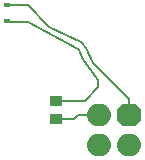
<source format=gbl>
G04*
G04 #@! TF.GenerationSoftware,Altium Limited,Altium Designer,22.5.1 (42)*
G04*
G04 Layer_Physical_Order=2*
G04 Layer_Color=16711680*
%FSLAX24Y24*%
%MOIN*%
G70*
G04*
G04 #@! TF.SameCoordinates,5C00E3EC-F711-4006-A76F-14F01AC31ACF*
G04*
G04*
G04 #@! TF.FilePolarity,Positive*
G04*
G01*
G75*
G04:AMPARAMS|DCode=14|XSize=75mil|YSize=80mil|CornerRadius=0mil|HoleSize=0mil|Usage=FLASHONLY|Rotation=270.000|XOffset=0mil|YOffset=0mil|HoleType=Round|Shape=Octagon|*
%AMOCTAGOND14*
4,1,8,0.0400,0.0188,0.0400,-0.0188,0.0213,-0.0375,-0.0213,-0.0375,-0.0400,-0.0188,-0.0400,0.0188,-0.0213,0.0375,0.0213,0.0375,0.0400,0.0188,0.0*
%
%ADD14OCTAGOND14*%

%ADD15O,0.0800X0.0750*%
%ADD16C,0.0080*%
%ADD17R,0.0394X0.0350*%
%ADD18R,0.0236X0.0150*%
D14*
X17940Y104740D02*
D03*
D15*
X16940D02*
D03*
X17940Y103740D02*
D03*
X16940D02*
D03*
D16*
X16481Y106967D02*
G03*
X16479Y106972I-71J-37D01*
G01*
X16373Y107140D02*
G03*
X16339Y107170I-68J-43D01*
G01*
X16267Y106910D02*
G03*
X16258Y106929I-75J-27D01*
G01*
X16356Y106661D02*
G03*
X16367Y106641I75J27D01*
G01*
X16740Y106480D02*
X17940Y105280D01*
Y104740D02*
Y105280D01*
X15510Y105210D02*
X16460D01*
X16910Y105660D01*
Y105900D01*
X15510Y104600D02*
X16090D01*
X16230Y104740D01*
X16940D01*
X16478Y106973D02*
X16479Y106972D01*
X16338Y107170D02*
X16339Y107170D01*
X16481Y106967D02*
X16740Y106480D01*
X16367Y106641D02*
X16910Y105900D01*
X16267Y106910D02*
X16268Y106907D01*
X16241Y106946D02*
X16258Y106929D01*
X16367Y106641D02*
X16367Y106641D01*
X16373Y107140D02*
X16478Y106973D01*
X15260Y107660D02*
X16338Y107170D01*
X14550Y108390D02*
X15260Y107680D01*
Y107660D02*
Y107680D01*
X14575Y107830D02*
X16241Y106946D01*
X16268Y106907D02*
X16356Y106661D01*
X13860Y108390D02*
X14550D01*
X14555Y107830D02*
X14575Y107830D01*
X13911Y107830D02*
X14555D01*
D17*
X15510Y104600D02*
D03*
Y105210D02*
D03*
D18*
X13860Y108390D02*
D03*
Y107870D02*
D03*
M02*

</source>
